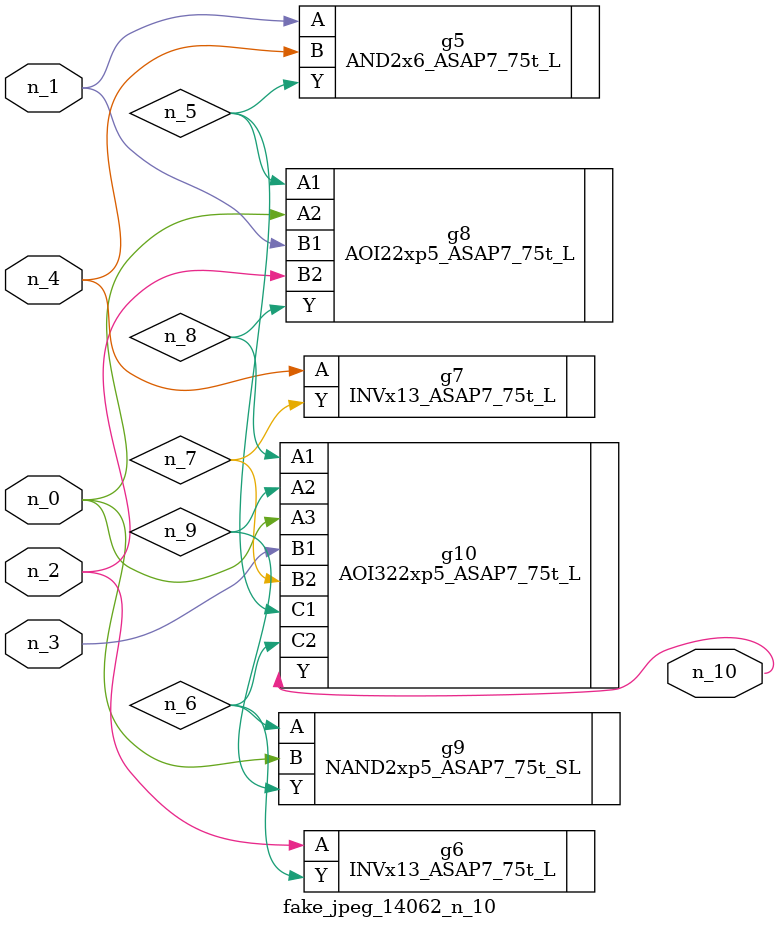
<source format=v>
module fake_jpeg_14062_n_10 (n_3, n_2, n_1, n_0, n_4, n_10);

input n_3;
input n_2;
input n_1;
input n_0;
input n_4;

output n_10;

wire n_8;
wire n_9;
wire n_6;
wire n_5;
wire n_7;

AND2x6_ASAP7_75t_L g5 ( 
.A(n_1),
.B(n_4),
.Y(n_5)
);

INVx13_ASAP7_75t_L g6 ( 
.A(n_2),
.Y(n_6)
);

INVx13_ASAP7_75t_L g7 ( 
.A(n_4),
.Y(n_7)
);

AOI22xp5_ASAP7_75t_L g8 ( 
.A1(n_5),
.A2(n_0),
.B1(n_1),
.B2(n_2),
.Y(n_8)
);

AOI322xp5_ASAP7_75t_L g10 ( 
.A1(n_8),
.A2(n_9),
.A3(n_0),
.B1(n_3),
.B2(n_7),
.C1(n_5),
.C2(n_6),
.Y(n_10)
);

NAND2xp5_ASAP7_75t_SL g9 ( 
.A(n_6),
.B(n_0),
.Y(n_9)
);


endmodule
</source>
